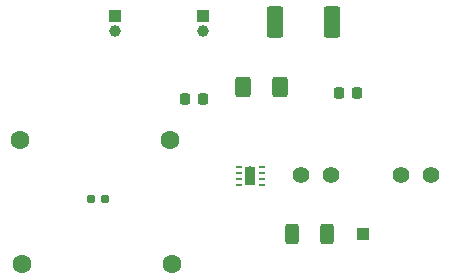
<source format=gbr>
%TF.GenerationSoftware,KiCad,Pcbnew,9.0.6*%
%TF.CreationDate,2025-11-11T17:34:41+05:30*%
%TF.ProjectId,battery_circuit,62617474-6572-4795-9f63-697263756974,rev?*%
%TF.SameCoordinates,Original*%
%TF.FileFunction,Soldermask,Top*%
%TF.FilePolarity,Negative*%
%FSLAX46Y46*%
G04 Gerber Fmt 4.6, Leading zero omitted, Abs format (unit mm)*
G04 Created by KiCad (PCBNEW 9.0.6) date 2025-11-11 17:34:41*
%MOMM*%
%LPD*%
G01*
G04 APERTURE LIST*
G04 Aperture macros list*
%AMRoundRect*
0 Rectangle with rounded corners*
0 $1 Rounding radius*
0 $2 $3 $4 $5 $6 $7 $8 $9 X,Y pos of 4 corners*
0 Add a 4 corners polygon primitive as box body*
4,1,4,$2,$3,$4,$5,$6,$7,$8,$9,$2,$3,0*
0 Add four circle primitives for the rounded corners*
1,1,$1+$1,$2,$3*
1,1,$1+$1,$4,$5*
1,1,$1+$1,$6,$7*
1,1,$1+$1,$8,$9*
0 Add four rect primitives between the rounded corners*
20,1,$1+$1,$2,$3,$4,$5,0*
20,1,$1+$1,$4,$5,$6,$7,0*
20,1,$1+$1,$6,$7,$8,$9,0*
20,1,$1+$1,$8,$9,$2,$3,0*%
G04 Aperture macros list end*
%ADD10RoundRect,0.225000X-0.225000X-0.250000X0.225000X-0.250000X0.225000X0.250000X-0.225000X0.250000X0*%
%ADD11RoundRect,0.250000X-0.312500X-0.625000X0.312500X-0.625000X0.312500X0.625000X-0.312500X0.625000X0*%
%ADD12R,0.499999X0.249999*%
%ADD13R,0.900001X1.599999*%
%ADD14C,0.499999*%
%ADD15C,1.400000*%
%ADD16R,1.000000X1.000000*%
%ADD17C,1.600000*%
%ADD18RoundRect,0.250000X-0.400000X-0.625000X0.400000X-0.625000X0.400000X0.625000X-0.400000X0.625000X0*%
%ADD19C,1.000000*%
%ADD20RoundRect,0.160000X-0.197500X-0.160000X0.197500X-0.160000X0.197500X0.160000X-0.197500X0.160000X0*%
%ADD21RoundRect,0.249999X-0.450001X-1.075001X0.450001X-1.075001X0.450001X1.075001X-0.450001X1.075001X0*%
G04 APERTURE END LIST*
D10*
%TO.C,C1*%
X136450000Y-101000000D03*
X138000000Y-101000000D03*
%TD*%
D11*
%TO.C,R1*%
X145537500Y-112500000D03*
X148462500Y-112500000D03*
%TD*%
D12*
%TO.C,U1*%
X141049999Y-106799998D03*
X141049999Y-107299996D03*
X141049999Y-107799998D03*
X141049999Y-108299997D03*
X142950001Y-108299997D03*
X142950001Y-107799998D03*
X142950001Y-107299996D03*
X142950001Y-106799998D03*
D13*
X142000000Y-107549996D03*
D14*
X142000000Y-107000000D03*
X142000000Y-108099997D03*
%TD*%
D15*
%TO.C,R5*%
X154780000Y-107500000D03*
X157320000Y-107500000D03*
%TD*%
D16*
%TO.C,J3*%
X151500000Y-112500000D03*
%TD*%
D17*
%TO.C,R7*%
X122500000Y-104500000D03*
X135200000Y-104500000D03*
%TD*%
D10*
%TO.C,C2*%
X149500000Y-100500000D03*
X151050000Y-100500000D03*
%TD*%
D18*
%TO.C,R2*%
X141400000Y-100000000D03*
X144500000Y-100000000D03*
%TD*%
D16*
%TO.C,J2*%
X130500000Y-94000000D03*
D19*
X130500000Y-95270000D03*
%TD*%
D20*
%TO.C,R6*%
X128500000Y-109500000D03*
X129695000Y-109500000D03*
%TD*%
D21*
%TO.C,R3*%
X144100000Y-94500000D03*
X148900000Y-94500000D03*
%TD*%
D15*
%TO.C,R4*%
X146280000Y-107500000D03*
X148820000Y-107500000D03*
%TD*%
D16*
%TO.C,J1*%
X138000000Y-94000000D03*
D19*
X138000000Y-95270000D03*
%TD*%
D17*
%TO.C,R8*%
X122650000Y-115000000D03*
X135350000Y-115000000D03*
%TD*%
M02*

</source>
